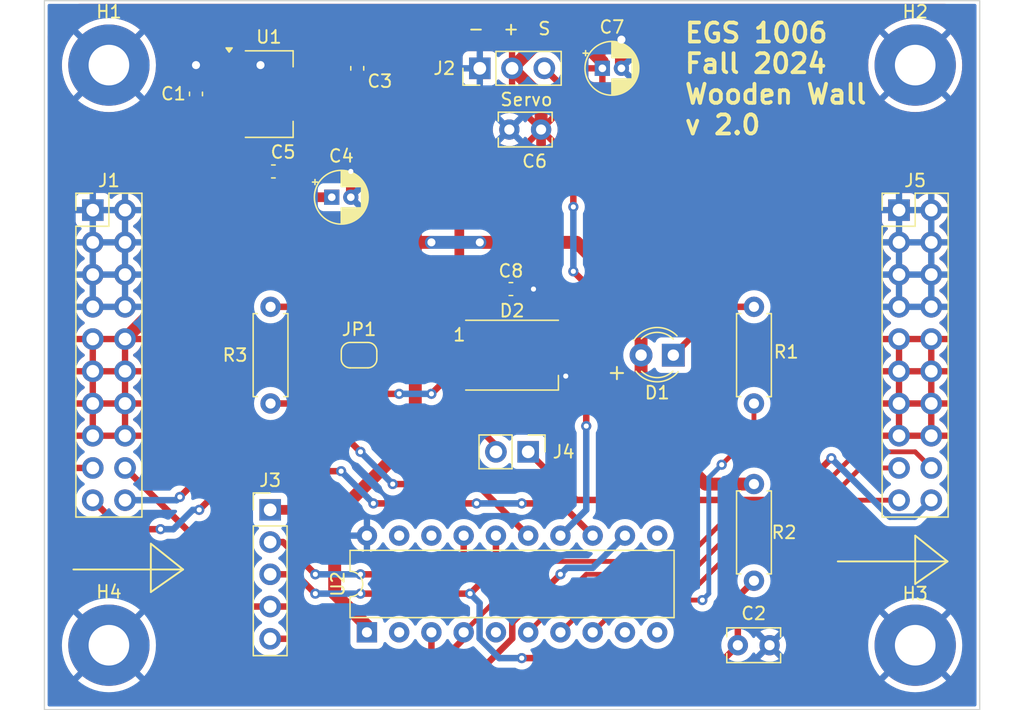
<source format=kicad_pcb>
(kicad_pcb (version 20240108) (generator "pcbnew") (generator_version "8.0")
  (title_block (title "Wooden Wall"))
  (layers (0 "F.Cu" signal) (31 "B.Cu" signal) (34 "B.Paste" user) (35 "F.Paste" user) (36 "B.SilkS" user "B.Silkscreen") (37 "F.SilkS" user "F.Silkscreen") (38 "B.Mask" user) (39 "F.Mask" user) (44 "Edge.Cuts" user))
  (net 0 "")
  (net 1 "+5V")
  (net 2 "GND")
  (net 3 "/SBWTDIO")
  (net 4 "+3V3")
  (net 5 "Net-(D1-K)")
  (net 6 "Net-(D2-DOUT)")
  (net 7 "/LED_DIN")
  (net 8 "Net-(J1-Pin_17)")
  (net 9 "Net-(J1-Pin_19)")
  (net 10 "/Serial_IN")
  (net 11 "Net-(J2-Pin_3)")
  (net 12 "/SBWTCK")
  (net 13 "/LED_DOUT")
  (net 14 "Net-(J5-Pin_17)")
  (net 15 "Net-(J5-Pin_19)")
  (net 16 "Net-(JP1-B)")
  (net 17 "Net-(U2-P2.0{slash}TA1.0)")
  (net 18 "Net-(U2-TDO{slash}TDI{slash}UCB0SIMO{slash}UCB0SDA{slash}A7{slash}P1.7)")
  (net 26 "/Serial_OUT")
  (footprint "Capacitor_SMD:C_0603_1608Metric" (layer "F.Cu") (at 83.058 81.013 90)
    (property "Reference" "C1" (at 0.013 -1.778 0) (layer "F.SilkS"))
    (property "Value" "100nf")
    (pad "1" smd roundrect (at -0.775 0 90) (size 0.9 0.95) (layers "F.Cu" "F.Paste" "F.Mask") (net 1 "+5V"))
    (pad "2" smd roundrect (at 0.775 0 90) (size 0.9 0.95) (layers "F.Cu" "F.Paste" "F.Mask") (net 2 "GND"))
  )
  (footprint "Connector_PinHeader_2.54mm:PinHeader_1x02_P2.54mm_Vertical" (layer "F.Cu") (at 109.22 109.22 -90)
    (property "Reference" "J4" (at 0 -2.794 0) (layer "F.SilkS"))
    (property "Value" "LED_CHAIN")
    (pad "1" thru_hole rect (at 0 0 270) (size 1.7 1.7) (drill 1) (layers "*.Cu" "*.Mask") (net 13 "/LED_DOUT"))
    (pad "2" thru_hole oval (at 0 2.54 270) (size 1.7 1.7) (drill 1) (layers "*.Cu" "*.Mask") (net 6 "Net-(D2-DOUT)"))
  )
  (footprint "Resistor_THT:R_Axial_DIN0207_L6.3mm_D2.5mm_P7.62mm_Horizontal" (layer "F.Cu") (at 127 97.79 -90)
    (property "Reference" "R1" (at 3.556 -2.54 0) (layer "F.SilkS"))
    (property "Value" "470")
    (pad "1" thru_hole circle (at 0 0 270) (size 1.6 1.6) (drill 0.8) (layers "*.Cu" "*.Mask") (net 5 "Net-(D1-K)"))
    (pad "2" thru_hole oval (at 7.62 0 270) (size 1.6 1.6) (drill 0.8) (layers "*.Cu" "*.Mask") (net 17 "Net-(U2-P2.0{slash}TA1.0)"))
  )
  (footprint "Capacitor_THT:C_Rect_L4.0mm_W2.5mm_P2.50mm" (layer "F.Cu") (at 125.73 124.46)
    (property "Reference" "C2" (at 1.25 -2.5 0) (layer "F.SilkS"))
    (property "Value" "1nf")
    (pad "1" thru_hole circle (at 0 0) (size 1.6 1.6) (drill 0.8) (layers "*.Cu" "*.Mask") (net 3 "/SBWTDIO"))
    (pad "2" thru_hole circle (at 2.5 0) (size 1.6 1.6) (drill 0.8) (layers "*.Cu" "*.Mask") (net 2 "GND"))
  )
  (footprint "Capacitor_SMD:C_0603_1608Metric" (layer "F.Cu") (at 107.86 96.392)
    (property "Reference" "C8" (at 0 -1.43 0) (layer "F.SilkS"))
    (property "Value" "100nf")
    (pad "1" smd roundrect (at -0.775 0) (size 0.9 0.95) (layers "F.Cu" "F.Paste" "F.Mask") (net 1 "+5V"))
    (pad "2" smd roundrect (at 0.775 0) (size 0.9 0.95) (layers "F.Cu" "F.Paste" "F.Mask") (net 2 "GND"))
  )
  (footprint "Connector_PinHeader_2.54mm:PinHeader_2x10_P2.54mm_Vertical" (layer "F.Cu") (at 74.93 90.17)
    (property "Reference" "J1" (at 1.27 -2.33 0) (layer "F.SilkS"))
    (property "Value" "Conn_02x10_Odd_Even")
    (pad "1" thru_hole rect (at 0 0) (size 1.7 1.7) (drill 1) (layers "*.Cu" "*.Mask") (net 2 "GND"))
    (pad "2" thru_hole oval (at 2.54 0) (size 1.7 1.7) (drill 1) (layers "*.Cu" "*.Mask") (net 2 "GND"))
    (pad "3" thru_hole oval (at 0 2.54) (size 1.7 1.7) (drill 1) (layers "*.Cu" "*.Mask") (net 2 "GND"))
    (pad "4" thru_hole oval (at 2.54 2.54) (size 1.7 1.7) (drill 1) (layers "*.Cu" "*.Mask") (net 2 "GND"))
    (pad "5" thru_hole oval (at 0 5.08) (size 1.7 1.7) (drill 1) (layers "*.Cu" "*.Mask") (net 2 "GND"))
    (pad "6" thru_hole oval (at 2.54 5.08) (size 1.7 1.7) (drill 1) (layers "*.Cu" "*.Mask") (net 2 "GND"))
    (pad "7" thru_hole oval (at 0 7.62) (size 1.7 1.7) (drill 1) (layers "*.Cu" "*.Mask") (net 2 "GND"))
    (pad "8" thru_hole oval (at 2.54 7.62) (size 1.7 1.7) (drill 1) (layers "*.Cu" "*.Mask") (net 2 "GND"))
    (pad "9" thru_hole oval (at 0 10.16) (size 1.7 1.7) (drill 1) (layers "*.Cu" "*.Mask") (net 1 "+5V"))
    (pad "10" thru_hole oval (at 2.54 10.16) (size 1.7 1.7) (drill 1) (layers "*.Cu" "*.Mask") (net 1 "+5V"))
    (pad "11" thru_hole oval (at 0 12.7) (size 1.7 1.7) (drill 1) (layers "*.Cu" "*.Mask") (net 1 "+5V"))
    (pad "12" thru_hole oval (at 2.54 12.7) (size 1.7 1.7) (drill 1) (layers "*.Cu" "*.Mask") (net 1 "+5V"))
    (pad "13" thru_hole oval (at 0 15.24) (size 1.7 1.7) (drill 1) (layers "*.Cu" "*.Mask") (net 1 "+5V"))
    (pad "14" thru_hole oval (at 2.54 15.24) (size 1.7 1.7) (drill 1) (layers "*.Cu" "*.Mask") (net 1 "+5V"))
    (pad "15" thru_hole oval (at 0 17.78) (size 1.7 1.7) (drill 1) (layers "*.Cu" "*.Mask") (net 1 "+5V"))
    (pad "16" thru_hole oval (at 2.54 17.78) (size 1.7 1.7) (drill 1) (layers "*.Cu" "*.Mask") (net 1 "+5V"))
    (pad "17" thru_hole oval (at 0 20.32) (size 1.7 1.7) (drill 1) (layers "*.Cu" "*.Mask") (net 8 "Net-(J1-Pin_17)"))
    (pad "18" thru_hole oval (at 2.54 20.32) (size 1.7 1.7) (drill 1) (layers "*.Cu" "*.Mask") (net 10 "/Serial_IN"))
    (pad "19" thru_hole oval (at 0 22.86) (size 1.7 1.7) (drill 1) (layers "*.Cu" "*.Mask") (net 9 "Net-(J1-Pin_19)"))
    (pad "20" thru_hole oval (at 2.54 22.86) (size 1.7 1.7) (drill 1) (layers "*.Cu" "*.Mask") (net 7 "/LED_DIN"))
  )
  (footprint "Package_DIP:DIP-20_W7.62mm" (layer "F.Cu") (at 96.52 123.444 90)
    (property "Reference" "U2" (at 3.81 -2.286 90) (layer "F.SilkS"))
    (property "Value" "MSP430G2233IN20")
    (pad "1" thru_hole rect (at 0 0 90) (size 1.6 1.6) (drill 0.8) (layers "*.Cu" "*.Mask") (net 4 "+3V3"))
    (pad "2" thru_hole oval (at 0 2.54 90) (size 1.6 1.6) (drill 0.8) (layers "*.Cu" "*.Mask"))
    (pad "3" thru_hole oval (at 0 5.08 90) (size 1.6 1.6) (drill 0.8) (layers "*.Cu" "*.Mask") (net 10 "/Serial_IN"))
    (pad "4" thru_hole oval (at 0 7.62 90) (size 1.6 1.6) (drill 0.8) (layers "*.Cu" "*.Mask") (net 26 "/Serial_OUT"))
    (pad "5" thru_hole oval (at 0 10.16 90) (size 1.6 1.6) (drill 0.8) (layers "*.Cu" "*.Mask"))
    (pad "6" thru_hole oval (at 0 12.7 90) (size 1.6 1.6) (drill 0.8) (layers "*.Cu" "*.Mask") (net 14 "Net-(J5-Pin_17)"))
    (pad "7" thru_hole oval (at 0 15.24 90) (size 1.6 1.6) (drill 0.8) (layers "*.Cu" "*.Mask") (net 15 "Net-(J5-Pin_19)"))
    (pad "8" thru_hole oval (at 0 17.78 90) (size 1.6 1.6) (drill 0.8) (layers "*.Cu" "*.Mask") (net 17 "Net-(U2-P2.0{slash}TA1.0)"))
    (pad "9" thru_hole oval (at 0 20.32 90) (size 1.6 1.6) (drill 0.8) (layers "*.Cu" "*.Mask"))
    (pad "10" thru_hole oval (at 0 22.86 90) (size 1.6 1.6) (drill 0.8) (layers "*.Cu" "*.Mask"))
    (pad "11" thru_hole oval (at 7.62 22.86 90) (size 1.6 1.6) (drill 0.8) (layers "*.Cu" "*.Mask"))
    (pad "12" thru_hole oval (at 7.62 20.32 90) (size 1.6 1.6) (drill 0.8) (layers "*.Cu" "*.Mask") (net 8 "Net-(J1-Pin_17)"))
    (pad "13" thru_hole oval (at 7.62 17.78 90) (size 1.6 1.6) (drill 0.8) (layers "*.Cu" "*.Mask") (net 9 "Net-(J1-Pin_19)"))
    (pad "14" thru_hole oval (at 7.62 15.24 90) (size 1.6 1.6) (drill 0.8) (layers "*.Cu" "*.Mask") (net 11 "Net-(J2-Pin_3)"))
    (pad "15" thru_hole oval (at 7.62 12.7 90) (size 1.6 1.6) (drill 0.8) (layers "*.Cu" "*.Mask") (net 18 "Net-(U2-TDO{slash}TDI{slash}UCB0SIMO{slash}UCB0SDA{slash}A7{slash}P1.7)"))
    (pad "16" thru_hole oval (at 7.62 10.16 90) (size 1.6 1.6) (drill 0.8) (layers "*.Cu" "*.Mask") (net 3 "/SBWTDIO"))
    (pad "17" thru_hole oval (at 7.62 7.62 90) (size 1.6 1.6) (drill 0.8) (layers "*.Cu" "*.Mask") (net 12 "/SBWTCK"))
    (pad "18" thru_hole oval (at 7.62 5.08 90) (size 1.6 1.6) (drill 0.8) (layers "*.Cu" "*.Mask"))
    (pad "19" thru_hole oval (at 7.62 2.54 90) (size 1.6 1.6) (drill 0.8) (layers "*.Cu" "*.Mask"))
    (pad "20" thru_hole oval (at 7.62 0 90) (size 1.6 1.6) (drill 0.8) (layers "*.Cu" "*.Mask") (net 2 "GND"))
  )
  (footprint "MountingHole:MountingHole_3.2mm_M3_Pad" (layer "F.Cu") (at 139.7 124.46)
    (property "Reference" "H3" (at 0 -4.064 0) (layer "F.SilkS"))
    (property "Value" "MH")
    (pad "1" thru_hole circle (at 0 0) (size 6.4 6.4) (drill 3.2) (layers "*.Cu" "*.Mask") (net 2 "GND"))
  )
  (footprint "Connector_PinHeader_2.54mm:PinHeader_2x10_P2.54mm_Vertical" (layer "F.Cu") (at 138.425 90.17)
    (property "Reference" "J5" (at 1.27 -2.33 0) (layer "F.SilkS"))
    (property "Value" "Conn_02x10_Odd_Even")
    (pad "1" thru_hole rect (at 0 0) (size 1.7 1.7) (drill 1) (layers "*.Cu" "*.Mask") (net 2 "GND"))
    (pad "2" thru_hole oval (at 2.54 0) (size 1.7 1.7) (drill 1) (layers "*.Cu" "*.Mask") (net 2 "GND"))
    (pad "3" thru_hole oval (at 0 2.54) (size 1.7 1.7) (drill 1) (layers "*.Cu" "*.Mask") (net 2 "GND"))
    (pad "4" thru_hole oval (at 2.54 2.54) (size 1.7 1.7) (drill 1) (layers "*.Cu" "*.Mask") (net 2 "GND"))
    (pad "5" thru_hole oval (at 0 5.08) (size 1.7 1.7) (drill 1) (layers "*.Cu" "*.Mask") (net 2 "GND"))
    (pad "6" thru_hole oval (at 2.54 5.08) (size 1.7 1.7) (drill 1) (layers "*.Cu" "*.Mask") (net 2 "GND"))
    (pad "7" thru_hole oval (at 0 7.62) (size 1.7 1.7) (drill 1) (layers "*.Cu" "*.Mask") (net 2 "GND"))
    (pad "8" thru_hole oval (at 2.54 7.62) (size 1.7 1.7) (drill 1) (layers "*.Cu" "*.Mask") (net 2 "GND"))
    (pad "9" thru_hole oval (at 0 10.16) (size 1.7 1.7) (drill 1) (layers "*.Cu" "*.Mask") (net 1 "+5V"))
    (pad "10" thru_hole oval (at 2.54 10.16) (size 1.7 1.7) (drill 1) (layers "*.Cu" "*.Mask") (net 1 "+5V"))
    (pad "11" thru_hole oval (at 0 12.7) (size 1.7 1.7) (drill 1) (layers "*.Cu" "*.Mask") (net 1 "+5V"))
    (pad "12" thru_hole oval (at 2.54 12.7) (size 1.7 1.7) (drill 1) (layers "*.Cu" "*.Mask") (net 1 "+5V"))
    (pad "13" thru_hole oval (at 0 15.24) (size 1.7 1.7) (drill 1) (layers "*.Cu" "*.Mask") (net 1 "+5V"))
    (pad "14" thru_hole oval (at 2.54 15.24) (size 1.7 1.7) (drill 1) (layers "*.Cu" "*.Mask") (net 1 "+5V"))
    (pad "15" thru_hole oval (at 0 17.78) (size 1.7 1.7) (drill 1) (layers "*.Cu" "*.Mask") (net 1 "+5V"))
    (pad "16" thru_hole oval (at 2.54 17.78) (size 1.7 1.7) (drill 1) (layers "*.Cu" "*.Mask") (net 1 "+5V"))
    (pad "17" thru_hole oval (at 0 20.32) (size 1.7 1.7) (drill 1) (layers "*.Cu" "*.Mask") (net 14 "Net-(J5-Pin_17)"))
    (pad "18" thru_hole oval (at 2.54 20.32) (size 1.7 1.7) (drill 1) (layers "*.Cu" "*.Mask") (net 26 "/Serial_OUT"))
    (pad "19" thru_hole oval (at 0 22.86) (size 1.7 1.7) (drill 1) (layers "*.Cu" "*.Mask") (net 15 "Net-(J5-Pin_19)"))
    (pad "20" thru_hole oval (at 2.54 22.86) (size 1.7 1.7) (drill 1) (layers "*.Cu" "*.Mask") (net 13 "/LED_DOUT"))
  )
  (footprint "MountingHole:MountingHole_3.2mm_M3_Pad" (layer "F.Cu") (at 139.7 78.74)
    (property "Reference" "H2" (at 0 -4.2 0) (layer "F.SilkS"))
    (property "Value" "MH")
    (pad "1" thru_hole circle (at 0 0) (size 6.4 6.4) (drill 3.2) (layers "*.Cu" "*.Mask") (net 2 "GND"))
  )
  (footprint "Capacitor_SMD:C_0603_1608Metric" (layer "F.Cu") (at 95.758 78.994 90)
    (property "Reference" "C3" (at -1.016 1.778 0) (layer "F.SilkS"))
    (property "Value" "1uf")
    (pad "1" smd roundrect (at -0.775 0 90) (size 0.9 0.95) (layers "F.Cu" "F.Paste" "F.Mask") (net 4 "+3V3"))
    (pad "2" smd roundrect (at 0.775 0 90) (size 0.9 0.95) (layers "F.Cu" "F.Paste" "F.Mask") (net 2 "GND"))
  )
  (footprint "Capacitor_THT:C_Rect_L4.0mm_W2.5mm_P2.50mm" (layer "F.Cu") (at 110.236 83.82 180)
    (property "Reference" "C6" (at 0.508 -2.5 0) (layer "F.SilkS"))
    (property "Value" "100nf")
    (pad "1" thru_hole circle (at 0 0 180) (size 1.6 1.6) (drill 0.8) (layers "*.Cu" "*.Mask") (net 1 "+5V"))
    (pad "2" thru_hole circle (at 2.5 0 180) (size 1.6 1.6) (drill 0.8) (layers "*.Cu" "*.Mask") (net 2 "GND"))
  )
  (footprint "Capacitor_THT:CP_Radial_D4.0mm_P1.50mm" (layer "F.Cu") (at 93.75 89.154)
    (property "Reference" "C4" (at 0.75 -3.25 0) (layer "F.SilkS"))
    (property "Value" "10uf")
    (pad "1" thru_hole rect (at 0 0) (size 1.2 1.2) (drill 0.6) (layers "*.Cu" "*.Mask") (net 4 "+3V3"))
    (pad "2" thru_hole circle (at 1.5 0) (size 1.2 1.2) (drill 0.6) (layers "*.Cu" "*.Mask") (net 2 "GND"))
  )
  (footprint "LED_SMD:LED_WS2812B_PLCC4_5.0x5.0mm_P3.2mm" (layer "F.Cu") (at 107.95 101.6)
    (property "Reference" "D2" (at 0 -3.5 0) (layer "F.SilkS"))
    (property "Value" "WS2812B")
    (fp_text user "1" (at -4.15 -1.6 0) (layer "F.SilkS"))
    (pad "1" smd rect (at -2.45 -1.65) (size 1.5 0.9) (layers "F.Cu" "F.Paste" "F.Mask") (net 1 "+5V"))
    (pad "2" smd rect (at -2.45 1.65) (size 1.5 0.9) (layers "F.Cu" "F.Paste" "F.Mask") (net 6 "Net-(D2-DOUT)"))
    (pad "3" smd rect (at 2.45 1.65) (size 1.5 0.9) (layers "F.Cu" "F.Paste" "F.Mask") (net 2 "GND"))
    (pad "4" smd rect (at 2.45 -1.65) (size 1.5 0.9) (layers "F.Cu" "F.Paste" "F.Mask") (net 7 "/LED_DIN"))
  )
  (footprint "Capacitor_SMD:C_0603_1608Metric" (layer "F.Cu") (at 89.154 87.122)
    (property "Reference" "C5" (at 0.762 -1.524 0) (layer "F.SilkS"))
    (property "Value" "100nf")
    (pad "1" smd roundrect (at -0.775 0) (size 0.9 0.95) (layers "F.Cu" "F.Paste" "F.Mask") (net 4 "+3V3"))
    (pad "2" smd roundrect (at 0.775 0) (size 0.9 0.95) (layers "F.Cu" "F.Paste" "F.Mask") (net 2 "GND"))
  )
  (footprint "Capacitor_THT:CP_Radial_D4.0mm_P1.50mm" (layer "F.Cu") (at 115.062 78.994)
    (property "Reference" "C7" (at 0.75 -3.25 0) (layer "F.SilkS"))
    (property "Value" "10uf")
    (pad "1" thru_hole rect (at 0 0) (size 1.2 1.2) (drill 0.6) (layers "*.Cu" "*.Mask") (net 1 "+5V"))
    (pad "2" thru_hole circle (at 1.5 0) (size 1.2 1.2) (drill 0.6) (layers "*.Cu" "*.Mask") (net 2 "GND"))
  )
  (footprint "Connector_PinHeader_2.54mm:PinHeader_1x03_P2.54mm_Vertical" (layer "F.Cu") (at 105.41 78.994 90)
    (property "Reference" "J2" (at 0 -2.794 0) (layer "F.SilkS"))
    (property "Value" "Servo")
    (pad "1" thru_hole rect (at 0 0 90) (size 1.7 1.7) (drill 1) (layers "*.Cu" "*.Mask") (net 2 "GND"))
    (pad "2" thru_hole oval (at 0 2.54 90) (size 1.7 1.7) (drill 1) (layers "*.Cu" "*.Mask") (net 1 "+5V"))
    (pad "3" thru_hole oval (at 0 5.08 90) (size 1.7 1.7) (drill 1) (layers "*.Cu" "*.Mask") (net 11 "Net-(J2-Pin_3)"))
  )
  (footprint "Resistor_THT:R_Axial_DIN0207_L6.3mm_D2.5mm_P7.62mm_Horizontal" (layer "F.Cu") (at 127 111.76 -90)
    (property "Reference" "R2" (at 3.81 -2.37 0) (layer "F.SilkS"))
    (property "Value" "47k")
    (pad "1" thru_hole circle (at 0 0 270) (size 1.6 1.6) (drill 0.8) (layers "*.Cu" "*.Mask") (net 4 "+3V3"))
    (pad "2" thru_hole oval (at 7.62 0 270) (size 1.6 1.6) (drill 0.8) (layers "*.Cu" "*.Mask") (net 3 "/SBWTDIO"))
  )
  (footprint "Package_TO_SOT_SMD:SOT-223-3_TabPin2" (layer "F.Cu") (at 88.798 81.026)
    (property "Reference" "U1" (at 0 -4.5 0) (layer "F.SilkS"))
    (property "Value" "TLV1117-33")
    (pad "1" smd roundrect (at -3.15 -2.3) (size 2 1.5) (layers "F.Cu" "F.Paste" "F.Mask") (net 2 "GND"))
    (pad "2" smd roundrect (at -3.15 0) (size 2 1.5) (layers "F.Cu" "F.Paste" "F.Mask") (net 4 "+3V3"))
    (pad "2" smd roundrect (at 3.15 0) (size 2 3.8) (layers "F.Cu" "F.Paste" "F.Mask") (net 4 "+3V3"))
    (pad "3" smd roundrect (at -3.15 2.3) (size 2 1.5) (layers "F.Cu" "F.Paste" "F.Mask") (net 1 "+5V"))
  )
  (footprint "MountingHole:MountingHole_3.2mm_M3_Pad" (layer "F.Cu") (at 76.2 78.74)
    (property "Reference" "H1" (at 0 -4.2 0) (layer "F.SilkS"))
    (property "Value" "MH")
    (pad "1" thru_hole circle (at 0 0) (size 6.4 6.4) (drill 3.2) (layers "*.Cu" "*.Mask") (net 2 "GND"))
  )
  (footprint "Connector_PinHeader_2.54mm:PinHeader_1x05_P2.54mm_Vertical" (layer "F.Cu") (at 88.9 113.792)
    (property "Reference" "J3" (at 0 -2.33 0) (layer "F.SilkS"))
    (property "Value" "Programmer")
    (pad "1" thru_hole rect (at 0 0) (size 1.7 1.7) (drill 1) (layers "*.Cu" "*.Mask") (net 4 "+3V3"))
    (pad "2" thru_hole oval (at 0 2.54) (size 1.7 1.7) (drill 1) (layers "*.Cu" "*.Mask") (net 12 "/SBWTCK"))
    (pad "3" thru_hole oval (at 0 5.08) (size 1.7 1.7) (drill 1) (layers "*.Cu" "*.Mask") (net 3 "/SBWTDIO"))
    (pad "4" thru_hole oval (at 0 7.62) (size 1.7 1.7) (drill 1) (layers "*.Cu" "*.Mask") (net 10 "/Serial_IN"))
    (pad "5" thru_hole oval (at 0 10.16) (size 1.7 1.7) (drill 1) (layers "*.Cu" "*.Mask") (net 26 "/Serial_OUT"))
  )
  (footprint "LED_THT:LED_D3.0mm" (layer "F.Cu") (at 120.65 101.6 180)
    (property "Reference" "D1" (at 1.27 -2.96 0) (layer "F.SilkS"))
    (property "Value" "LED")
    (fp_text user "+" (at 3.556 -0.762 180) (layer "F.SilkS") (effects (font (size 1.27 1.27) (thickness 0.1524)) (justify left bottom)))
    (pad "1" thru_hole rect (at 0 0 180) (size 1.8 1.8) (drill 0.9) (layers "*.Cu" "*.Mask") (net 5 "Net-(D1-K)"))
    (pad "2" thru_hole circle (at 2.54 0 180) (size 1.8 1.8) (drill 0.9) (layers "*.Cu" "*.Mask") (net 4 "+3V3"))
  )
  (footprint "Resistor_THT:R_Axial_DIN0207_L6.3mm_D2.5mm_P7.62mm_Horizontal" (layer "F.Cu") (at 88.93 105.41 90)
    (property "Reference" "R3" (at 3.81 -2.794 0) (layer "F.SilkS"))
    (property "Value" "470")
    (pad "1" thru_hole circle (at 0 0 90) (size 1.6 1.6) (drill 0.8) (layers "*.Cu" "*.Mask") (net 18 "Net-(U2-TDO{slash}TDI{slash}UCB0SIMO{slash}UCB0SDA{slash}A7{slash}P1.7)"))
    (pad "2" thru_hole oval (at 7.62 0 90) (size 1.6 1.6) (drill 0.8) (layers "*.Cu" "*.Mask") (net 16 "Net-(JP1-B)"))
  )
  (footprint "Jumper:SolderJumper-2_P1.3mm_Open_RoundedPad1.0x1.5mm" (layer "F.Cu") (at 95.9 101.6)
    (property "Reference" "JP1" (at 0 -2.032 0) (layer "F.SilkS"))
    (property "Value" "Local_LED_Control")
    (pad "1" smd custom (at -0.65 0) (size 1 0.5) (layers "F.Cu" "F.Mask") (net 7 "/LED_DIN") (options (clearance outline) (anchor rect)) (primitives (gr_circle (center 0 0.25) (end 0.5 0.25) (width 0) (fill yes)) (gr_circle (center 0 -0.25) (end 0.5 -0.25) (width 0) (fill yes)) (gr_poly (pts (xy 0.5 0.75) (xy 0 0.75) (xy 0 -0.75) (xy 0.5 -0.75)) (width 0) (fill yes))))
    (pad "2" smd custom (at 0.65 0) (size 1 0.5) (layers "F.Cu" "F.Mask") (net 16 "Net-(JP1-B)") (options (clearance outline) (anchor rect)) (primitives (gr_circle (center 0 0.25) (end 0.5 0.25) (width 0) (fill yes)) (gr_circle (center 0 -0.25) (end 0.5 -0.25) (width 0) (fill yes)) (gr_poly (pts (xy 0 0.75) (xy -0.5 0.75) (xy -0.5 -0.75) (xy 0 -0.75)) (width 0) (fill yes))))
  )
  (footprint "MountingHole:MountingHole_3.2mm_M3_Pad" (layer "F.Cu") (at 76.2 124.46)
    (property "Reference" "H4" (at 0 -4.2 0) (layer "F.SilkS"))
    (property "Value" "MH")
    (pad "1" thru_hole circle (at 0 0) (size 6.4 6.4) (drill 3.2) (layers "*.Cu" "*.Mask") (net 2 "GND"))
  )
  (gr_line (start 79.502 116.459) (end 79.502 120.269) (stroke (width 0.15)) (layer "F.SilkS"))
  (gr_line (start 133.604 117.856) (end 142.24 117.856) (stroke (width 0.15)) (layer "F.SilkS"))
  (gr_line (start 79.502 120.269) (end 82.042 118.491) (stroke (width 0.15)) (layer "F.SilkS"))
  (gr_line (start 142.24 117.856) (end 139.7 115.824) (stroke (width 0.15)) (layer "F.SilkS"))
  (gr_line (start 139.7 115.824) (end 139.7 119.634) (stroke (width 0.15)) (layer "F.SilkS"))
  (gr_line (start 139.7 119.634) (end 142.24 117.856) (stroke (width 0.15)) (layer "F.SilkS"))
  (gr_line (start 82.042 118.491) (end 79.502 116.459) (stroke (width 0.15)) (layer "F.SilkS"))
  (gr_line (start 73.406 118.491) (end 82.042 118.491) (stroke (width 0.15)) (layer "F.SilkS"))
  (gr_rect (start 71.12 73.66) (end 144.78 129.54) (stroke (width 0.1)) (fill none) (layer "Edge.Cuts"))
  (gr_text "-  +  S" (at 104.394 76.454 0) (layer "F.SilkS") (effects (font (size 1 1)) (justify left bottom)))
  (gr_text "Servo" (at 106.934 82.042 0) (layer "F.SilkS") (effects (font (size 1 1)) (justify left bottom)))
  (gr_text "EGS 1006\nFall 2024\nWooden Wall\nv 2.0\n" (at 121.412 84.328 0) (layer "F.SilkS") (effects (font (size 1.5 1.5) (thickness 0.3) (bold yes)) (justify left bottom)))
  (segment (start 103.796 99.95) (end 103.796 96.52) (width 0.762) (layer "F.Cu") (net 1))
  (segment (start 113.538 76.962) (end 115.062 78.486) (width 1.016) (layer "F.Cu") (net 1))
  (segment (start 105.5 99.95) (end 103.796 99.95) (width 0.762) (layer "F.Cu") (net 1))
  (segment (start 103.796 96.52) (end 103.796 90.514) (width 0.762) (layer "F.Cu") (net 1))
  (segment (start 77.47 100.33) (end 85.648 92.152) (width 1.016) (layer "F.Cu") (net 1))
  (segment (start 110.236 83.82) (end 110.236 81.28) (width 1.016) (layer "F.Cu") (net 1))
  (segment (start 109.982 76.962) (end 113.538 76.962) (width 1.016) (layer "F.Cu") (net 1))
  (segment (start 85.648 92.152) (end 85.648 83.326) (width 1.016) (layer "F.Cu") (net 1))
  (segment (start 110.236 81.28) (end 107.95 78.994) (width 1.016) (layer "F.Cu") (net 1))
  (segment (start 103.924 96.392) (end 103.796 96.52) (width 0.762) (layer "F.Cu") (net 1))
  (segment (start 115.062 78.486) (end 115.062 78.994) (width 1.016) (layer "F.Cu") (net 1))
  (segment (start 85.648 83.326) (end 83.82 83.326) (width 0.762) (layer "F.Cu") (net 1))
  (segment (start 107.085 96.392) (end 103.924 96.392) (width 0.762) (layer "F.Cu") (net 1))
  (segment (start 83.82 83.326) (end 83.058 82.564) (width 0.762) (layer "F.Cu") (net 1))
  (segment (start 106.68 87.63) (end 107.95 87.63) (width 0.762) (layer "F.Cu") (net 1))
  (segment (start 107.95 78.994) (end 109.982 76.962) (width 1.016) (layer "F.Cu") (net 1))
  (segment (start 103.796 90.514) (end 106.68 87.63) (width 0.762) (layer "F.Cu") (net 1))
  (segment (start 107.95 87.63) (end 110.236 85.344) (width 0.762) (layer "F.Cu") (net 1))
  (segment (start 83.058 82.564) (end 83.058 81.788) (width 0.762) (layer "F.Cu") (net 1))
  (segment (start 110.236 85.344) (end 110.236 83.82) (width 0.762) (layer "F.Cu") (net 1))
  (segment (start 110.4 103.25) (end 112.178 103.25) (width 0.762) (layer "F.Cu") (net 2))
  (segment (start 85.648 78.726) (end 88.124 78.726) (width 0.762) (layer "F.Cu") (net 2))
  (segment (start 88.138 78.74) (end 88.659 78.219) (width 0.508) (layer "F.Cu") (net 2))
  (segment (start 108.635 96.392) (end 109.638 96.392) (width 0.508) (layer "F.Cu") (net 2))
  (segment (start 116.562 76.732) (end 116.562 78.994) (width 1.016) (layer "F.Cu") (net 2))
  (segment (start 95.25 89.154) (end 95.25 87.122) (width 0.762) (layer "F.Cu") (net 2))
  (segment (start 88.124 78.726) (end 88.138 78.74) (width 0.762) (layer "F.Cu") (net 2))
  (segment (start 83.058 80.238) (end 83.058 78.74) (width 0.762) (layer "F.Cu") (net 2))
  (segment (start 95.25 87.122) (end 89.929 87.122) (width 0.762) (layer "F.Cu") (net 2))
  (segment (start 88.659 78.219) (end 95.758 78.219) (width 0.508) (layer "F.Cu") (net 2))
  (segment (start 83.072 78.726) (end 83.058 78.74) (width 0.762) (layer "F.Cu") (net 2))
  (segment (start 85.648 78.726) (end 83.072 78.726) (width 0.762) (layer "F.Cu") (net 2))
  (via (at 116.562 76.732) (size 1.016) (drill 0.635) (layers "F.Cu" "B.Cu") (net 2))
  (via (at 83.058 78.74) (size 1.016) (drill 0.635) (layers "F.Cu" "B.Cu") (net 2))
  (via (at 112.178 103.25) (size 0.8) (drill 0.4) (layers "F.Cu" "B.Cu") (net 2))
  (via (at 109.638 96.392) (size 0.8) (drill 0.4) (layers "F.Cu" "B.Cu") (net 2))
  (via (at 95.25 87.122) (size 0.8) (drill 0.4) (layers "F.Cu" "B.Cu") (net 2))
  (via (at 88.138 78.74) (size 1.016) (drill 0.635) (layers "F.Cu" "B.Cu") (net 2))
  (segment (start 125.73 124.46) (end 125.73 120.65) (width 0.508) (layer "F.Cu") (net 3))
  (segment (start 90.932 118.872) (end 92.456 120.396) (width 0.508) (layer "F.Cu") (net 3))
  (segment (start 96.012 120.396) (end 104.648 120.396) (width 0.508) (layer "F.Cu") (net 3))
  (segment (start 88.9 118.872) (end 90.932 118.872) (width 0.508) (layer "F.Cu") (net 3))
  (segment (start 108.712 125.476) (end 124.714 125.476) (width 0.508) (layer "F.Cu") (net 3))
  (segment (start 125.73 120.65) (end 127 119.38) (width 0.508) (layer "F.Cu") (net 3))
  (segment (start 104.648 120.396) (end 106.68 118.364) (width 0.508) (layer "F.Cu") (net 3))
  (segment (start 124.714 125.476) (end 125.73 124.46) (width 0.508) (layer "F.Cu") (net 3))
  (segment (start 106.68 118.364) (end 106.68 115.824) (width 0.508) (layer "F.Cu") (net 3))
  (via (at 92.456 120.396) (size 0.8) (drill 0.4) (layers "F.Cu" "B.Cu") (net 3))
  (via (at 108.712 125.476) (size 0.8) (drill 0.4) (layers "F.Cu" "B.Cu") (net 3))
  (via (at 96.012 120.396) (size 0.8) (drill 0.4) (layers "F.Cu" "B.Cu") (net 3))
  (via (at 104.648 120.396) (size 0.8) (drill 0.4) (layers "F.Cu" "B.Cu") (net 3))
  (segment (start 92.456 120.396) (end 96.012 120.396) (width 0.508) (layer "B.Cu") (net 3))
  (segment (start 105.394 121.142) (end 104.648 120.396) (width 0.508) (layer "B.Cu") (net 3))
  (segment (start 105.394 123.931424) (end 105.394 121.142) (width 0.508) (layer "B.Cu") (net 3))
  (segment (start 106.938576 125.476) (end 105.394 123.931424) (width 0.508) (layer "B.Cu") (net 3))
  (segment (start 108.712 125.476) (end 106.938576 125.476) (width 0.508) (layer "B.Cu") (net 3))
  (segment (start 96.52 122.936) (end 96.52 123.444) (width 1.016) (layer "F.Cu") (net 4))
  (segment (start 127 111.76) (end 123.19 111.76) (width 1.016) (layer "F.Cu") (net 4))
  (segment (start 93.98 120.396) (end 93.98 114.3) (width 1.016) (layer "F.Cu") (net 4))
  (segment (start 101.6 92.71) (end 100.33 92.71) (width 1.016) (layer "F.Cu") (net 4))
  (segment (start 93.75 89.154) (end 89.936 89.154) (width 0.762) (layer "F.Cu") (net 4))
  (segment (start 93.472 113.792) (end 93.98 114.3) (width 0.762) (layer "F.Cu") (net 4))
  (segment (start 118.11 97.79) (end 113.03 92.71) (width 1.016) (layer "F.Cu") (net 4))
  (segment (start 95.758 80.264) (end 94.996 81.026) (width 0.762) (layer "F.Cu") (net 4))
  (segment (start 91.948 81.026) (end 94.996 81.026) (width 1.016) (layer "F.Cu") (net 4))
  (segment (start 100.33 107.95) (end 93.98 114.3) (width 1.016) (layer "F.Cu") (net 4))
  (segment (start 88.9 113.792) (end 93.472 113.792) (width 0.762) (layer "F.Cu") (net 4))
  (segment (start 85.648 81.026) (end 88.646 81.026) (width 1.016) (layer "F.Cu") (net 4))
  (segment (start 123.19 111.76) (end 118.11 106.68) (width 1.016) (layer "F.Cu") (net 4))
  (segment (start 94.996 81.026) (end 100.33 86.36) (width 1.016) (layer "F.Cu") (net 4))
  (segment (start 118.11 106.68) (end 118.11 97.79) (width 1.016) (layer "F.Cu") (net 4))
  (segment (start 88.646 81.026) (end 91.948 81.026) (width 1.016) (layer "F.Cu") (net 4))
  (segment (start 88.379 81.293) (end 88.646 81.026) (width 0.762) (layer "F.Cu") (net 4))
  (segment (start 100.33 92.71) (end 100.33 107.95) (width 1.016) (layer "F.Cu") (net 4))
  (segment (start 88.379 87.122) (end 88.379 81.293) (width 0.762) (layer "F.Cu") (net 4))
  (segment (start 89.936 89.154) (end 88.379 87.597) (width 0.762) (layer "F.Cu") (net 4))
  (segment (start 88.379 87.597) (end 88.379 87.122) (width 0.762) (layer "F.Cu") (net 4))
  (segment (start 93.98 120.396) (end 96.52 122.936) (width 1.016) (layer "F.Cu") (net 4))
  (segment (start 113.03 92.71) (end 105.41 92.71) (width 1.016) (layer "F.Cu") (net 4))
  (segment (start 100.33 86.36) (end 100.33 92.71) (width 1.016) (layer "F.Cu") (net 4))
  (segment (start 95.758 79.769) (end 95.758 80.264) (width 0.762) (layer "F.Cu") (net 4))
  (via (at 105.41 92.71) (size 1.016) (drill 0.635) (layers "F.Cu" "B.Cu") (net 4))
  (via (at 101.6 92.71) (size 1.016) (drill 0.635) (layers "F.Cu" "B.Cu") (net 4))
  (segment (start 105.41 92.71) (end 101.6 92.71) (width 1.016) (layer "B.Cu") (net 4))
  (segment (start 124.46 97.79) (end 120.65 101.6) (width 0.508) (layer "F.Cu") (net 5))
  (segment (start 127 97.79) (end 124.46 97.79) (width 0.508) (layer "F.Cu") (net 5))
  (segment (start 105.5 107.532) (end 105.5 103.25) (width 0.508) (layer "F.Cu") (net 6))
  (segment (start 106.68 109.22) (end 106.68 108.712) (width 0.508) (layer "F.Cu") (net 6))
  (segment (start 106.68 108.712) (end 105.5 107.532) (width 0.508) (layer "F.Cu") (net 6))
  (segment (start 81.788 112.776) (end 86.36 108.204) (width 0.508) (layer "F.Cu") (net 7))
  (segment (start 86.36 102.616) (end 87.376 101.6) (width 0.508) (layer "F.Cu") (net 7))
  (segment (start 95.25 101.6) (end 95.25 102.355) (width 0.508) (layer "F.Cu") (net 7))
  (segment (start 97.543 104.648) (end 99.06 104.648) (width 0.508) (layer "F.Cu") (net 7))
  (segment (start 95.25 102.355) (end 97.543 104.648) (width 0.508) (layer "F.Cu") (net 7))
  (segment (start 87.376 101.6) (end 95.25 101.6) (width 0.508) (layer "F.Cu") (net 7))
  (segment (start 86.36 108.204) (end 86.36 102.616) (width 0.508) (layer "F.Cu") (net 7))
  (segment (start 104.648 101.6) (end 109.7375 101.6) (width 0.508) (layer "F.Cu") (net 7))
  (segment (start 109.7375 101.6) (end 110.4 100.9375) (width 0.508) (layer "F.Cu") (net 7))
  (segment (start 101.6 104.648) (end 104.648 101.6) (width 0.508) (layer "F.Cu") (net 7))
  (segment (start 110.4 100.9375) (end 110.4 99.95) (width 0.508) (layer "F.Cu") (net 7))
  (via (at 99.06 104.648) (size 0.8) (drill 0.4) (layers "F.Cu" "B.Cu") (net 7))
  (via (at 81.788 112.776) (size 0.8) (drill 0.4) (layers "F.Cu" "B.Cu") (net 7))
  (via (at 101.6 104.648) (size 0.8) (drill 0.4) (layers "F.Cu" "B.Cu") (net 7))
  (segment (start 99.06 104.648) (end 101.6 104.648) (width 0.508) (layer "B.Cu") (net 7))
  (segment (start 81.534 113.03) (end 81.788 112.776) (width 0.508) (layer "B.Cu") (net 7))
  (segment (start 77.47 113.03) (end 81.534 113.03) (width 0.508) (layer "B.Cu") (net 7))
  (segment (start 74.93 110.49) (end 72.898 110.49) (width 0.508) (layer "F.Cu") (net 8))
  (segment (start 87.884 128.016) (end 103.881424 128.016) (width 0.508) (layer "F.Cu") (net 8))
  (segment (start 107.966 122.666) (end 111.76 118.872) (width 0.508) (layer "F.Cu") (net 8))
  (segment (start 72.644 110.744) (end 72.644 115.316) (width 0.508) (layer "F.Cu") (net 8))
  (segment (start 72.898 110.49) (end 72.644 110.744) (width 0.508) (layer "F.Cu") (net 8))
  (segment (start 72.644 115.316) (end 75.184 115.316) (width 0.508) (layer "F.Cu") (net 8))
  (segment (start 75.184 115.316) (end 87.884 128.016) (width 0.508) (layer "F.Cu") (net 8))
  (segment (start 107.966 123.931424) (end 107.966 122.666) (width 0.508) (layer "F.Cu") (net 8))
  (segment (start 103.881424 128.016) (end 107.966 123.931424) (width 0.508) (layer "F.Cu") (net 8))
  (via (at 111.76 118.872) (size 0.8) (drill 0.4) (layers "F.Cu" "B.Cu") (net 8))
  (segment (start 112.268 118.364) (end 114.3 118.364) (width 0.508) (layer "B.Cu") (net 8))
  (segment (start 114.3 118.364) (end 116.84 115.824) (width 0.508) (layer "B.Cu") (net 8))
  (segment (start 111.76 118.872) (end 112.268 118.364) (width 0.508) (layer "B.Cu") (net 8))
  (segment (start 74.93 113.03) (end 77.216 115.316) (width 0.508) (layer "F.Cu") (net 9))
  (segment (start 108.712 113.284) (end 111.76 113.284) (width 0.508) (layer "F.Cu") (net 9))
  (segment (start 77.216 115.316) (end 80.264 115.316) (width 0.508) (layer "F.Cu") (net 9))
  (segment (start 111.76 113.284) (end 114.3 115.824) (width 0.508) (layer "F.Cu") (net 9))
  (segment (start 83.312 113.792) (end 86.36 110.744) (width 0.508) (layer "F.Cu") (net 9))
  (segment (start 97.028 113.284) (end 105.156 113.284) (width 0.508) (layer "F.Cu") (net 9))
  (segment (start 86.36 110.744) (end 94.488 110.744) (width 0.508) (layer "F.Cu") (net 9))
  (via (at 94.488 110.744) (size 0.8) (drill 0.4) (layers "F.Cu" "B.Cu") (net 9))
  (via (at 80.264 115.316) (size 0.8) (drill 0.4) (layers "F.Cu" "B.Cu") (net 9))
  (via (at 105.156 113.284) (size 0.8) (drill 0.4) (layers "F.Cu" "B.Cu") (net 9))
  (via (at 108.712 113.284) (size 0.8) (drill 0.4) (layers "F.Cu" "B.Cu") (net 9))
  (via (at 83.312 113.792) (size 0.8) (drill 0.4) (layers "F.Cu" "B.Cu") (net 9))
  (via (at 97.028 113.284) (size 0.8) (drill 0.4) (layers "F.Cu" "B.Cu") (net 9))
  (segment (start 105.156 113.284) (end 108.712 113.284) (width 0.508) (layer "B.Cu") (net 9))
  (segment (start 82.804 113.792) (end 83.312 113.792) (width 0.508) (layer "B.Cu") (net 9))
  (segment (start 81.28 115.316) (end 82.804 113.792) (width 0.508) (layer "B.Cu") (net 9))
  (segment (start 94.488 110.744) (end 97.028 113.284) (width 0.508) (layer "B.Cu") (net 9))
  (segment (start 80.264 115.316) (end 81.28 115.316) (width 0.508) (layer "B.Cu") (net 9))
  (segment (start 85.344 121.412) (end 88.9 121.412) (width 0.508) (layer "F.Cu") (net 10))
  (segment (start 101.092 125.476) (end 101.6 124.968) (width 0.508) (layer "F.Cu") (net 10))
  (segment (start 83.312 119.38) (end 85.344 121.412) (width 0.508) (layer "F.Cu") (net 10))
  (segment (start 88.9 121.412) (end 90.424 121.412) (width 0.508) (layer "F.Cu") (net 10))
  (segment (start 101.6 124.968) (end 101.6 123.444) (width 0.508) (layer "F.Cu") (net 10))
  (segment (start 83.312 116.332) (end 83.312 119.38) (width 0.508) (layer "F.Cu") (net 10))
  (segment (start 94.488 125.476) (end 101.092 125.476) (width 0.508) (layer "F.Cu") (net 10))
  (segment (start 90.424 121.412) (end 94.488 125.476) (width 0.508) (layer "F.Cu") (net 10))
  (segment (start 77.47 110.49) (end 83.312 116.332) (width 0.508) (layer "F.Cu") (net 10))
  (segment (start 112.776 84.836) (end 112.776 89.916) (width 0.508) (layer "F.Cu") (net 11))
  (segment (start 110.49 78.994) (end 112.776 81.28) (width 0.508) (layer "F.Cu") (net 11))
  (segment (start 113.792 96.012) (end 112.776 94.996) (width 0.508) (layer "F.Cu") (net 11))
  (segment (start 112.776 81.28) (end 112.776 84.836) (width 0.508) (layer "F.Cu") (net 11))
  (segment (start 113.792 107.188) (end 113.792 96.012) (width 0.508) (layer "F.Cu") (net 11))
  (via (at 112.776 89.916) (size 0.8) (drill 0.4) (layers "F.Cu" "B.Cu") (net 11))
  (via (at 112.776 94.996) (size 0.8) (drill 0.4) (layers "F.Cu" "B.Cu") (net 11))
  (via (at 113.792 107.188) (size 0.8) (drill 0.4) (layers "F.Cu" "B.Cu") (net 11))
  (segment (start 113.792 107.188) (end 113.792 113.792) (width 0.508) (layer "B.Cu") (net 11))
  (segment (start 112.776 89.916) (end 112.776 94.996) (width 0.508) (layer "B.Cu") (net 11))
  (segment (start 113.792 113.792) (end 111.76 115.824) (width 0.508) (layer "B.Cu") (net 11))
  (segment (start 102.616 118.872) (end 104.14 117.348) (width 0.508) (layer "F.Cu") (net 12))
  (segment (start 96.012 118.872) (end 102.616 118.872) (width 0.508) (layer "F.Cu") (net 12))
  (segment (start 89.916 116.332) (end 92.456 118.872) (width 0.508) (layer "F.Cu") (net 12))
  (segment (start 88.9 116.332) (end 89.916 116.332) (width 0.508) (layer "F.Cu") (net 12))
  (segment (start 104.14 117.348) (end 104.14 115.824) (width 0.508) (layer "F.Cu") (net 12))
  (via (at 92.456 118.872) (size 0.8) (drill 0.4) (layers "F.Cu" "B.Cu") (net 12))
  (via (at 96.012 118.872) (size 0.8) (drill 0.4) (layers "F.Cu" "B.Cu") (net 12))
  (segment (start 92.456 118.872) (end 96.012 118.872) (width 0.508) (layer "B.Cu") (net 12))
  (segment (start 113.014 113.014) (end 129.81 113.014) (width 0.508) (layer "F.Cu") (net 13))
  (segment (start 129.81 113.014) (end 133.096 109.728) (width 0.508) (layer "F.Cu") (net 13))
  (segment (start 109.22 109.22) (end 113.014 113.014) (width 0.508) (layer "F.Cu") (net 13))
  (via (at 133.096 109.728) (size 0.8) (drill 0.4) (layers "F.Cu" "B.Cu") (net 13))
  (segment (start 133.096 109.728) (end 137.702 114.334) (width 0.508) (layer "B.Cu") (net 13))
  (segment (start 137.702 114.334) (end 139.661 114.334) (width 0.508) (layer "B.Cu") (net 13))
  (segment (start 139.661 114.334) (end 140.965 113.03) (width 0.508) (layer "B.Cu") (net 13))
  (segment (start 109.22 123.444) (end 113.792 118.872) (width 0.381) (layer "F.Cu") (net 14))
  (segment (start 135.382 110.49) (end 138.425 110.49) (width 0.381) (layer "F.Cu") (net 14))
  (segment (start 130.556 115.316) (end 135.382 110.49) (width 0.381) (layer "F.Cu") (net 14))
  (segment (start 113.792 118.872) (end 121.92 118.872) (width 0.381) (layer "F.Cu") (net 14))
  (segment (start 121.92 118.872) (end 125.476 115.316) (width 0.381) (layer "F.Cu") (net 14))
  (segment (start 125.476 115.316) (end 130.556 115.316) (width 0.381) (layer "F.Cu") (net 14))
  (segment (start 125.984 116.332) (end 131.064 116.332) (width 0.381) (layer "F.Cu") (net 15))
  (segment (start 111.76 123.444) (end 115.316 119.888) (width 0.381) (layer "F.Cu") (net 15))
  (segment (start 115.316 119.888) (end 122.428 119.888) (width 0.381) (layer "F.Cu") (net 15))
  (segment (start 131.064 116.332) (end 134.366 113.03) (width 0.381) (layer "F.Cu") (net 15))
  (segment (start 134.366 113.03) (end 138.425 113.03) (width 0.381) (layer "F.Cu") (net 15))
  (segment (start 122.428 119.888) (end 125.984 116.332) (width 0.381) (layer "F.Cu") (net 15))
  (segment (start 96.55 100.36) (end 96.55 101.6) (width 0.508) (layer "F.Cu") (net 16))
  (segment (start 93.98 97.79) (end 96.55 100.36) (width 0.508) (layer "F.Cu") (net 16))
  (segment (start 88.93 97.79) (end 93.98 97.79) (width 0.508) (layer "F.Cu") (net 16))
  (segment (start 114.3 123.444) (end 116.84 120.904) (width 0.381) (layer "F.Cu") (net 17))
  (segment (start 124.46 110.236) (end 127 107.696) (width 0.381) (layer "F.Cu") (net 17))
  (segment (start 116.84 120.904) (end 122.936 120.904) (width 0.381) (layer "F.Cu") (net 17))
  (segment (start 127 107.696) (end 127 105.41) (width 0.381) (layer "F.Cu") (net 17))
  (via (at 124.46 110.236) (size 0.8) (drill 0.4) (layers "F.Cu" "B.Cu") (net 17))
  (via (at 122.936 120.904) (size 0.8) (drill 0.4) (layers "F.Cu" "B.Cu") (net 17))
  (segment (start 122.936 120.904) (end 123.444 120.396) (width 0.381) (layer "B.Cu") (net 17))
  (segment (start 123.444 111.252) (end 124.46 110.236) (width 0.381) (layer "B.Cu") (net 17))
  (segment (start 123.444 120.396) (end 123.444 111.252) (width 0.381) (layer "B.Cu") (net 17))
  (segment (start 88.93 105.41) (end 92.202 105.41) (width 0.508) (layer "F.Cu") (net 18))
  (segment (start 105.156 111.76) (end 109.22 115.824) (width 0.508) (layer "F.Cu") (net 18))
  (segment (start 98.552 111.76) (end 105.156 111.76) (width 0.508) (layer "F.Cu") (net 18))
  (segment (start 92.202 105.41) (end 96.012 109.22) (width 0.508) (layer "F.Cu") (net 18))
  (via (at 98.552 111.76) (size 0.8) (drill 0.4) (layers "F.Cu" "B.Cu") (net 18))
  (via (at 96.012 109.22) (size 0.8) (drill 0.4) (layers "F.Cu" "B.Cu") (net 18))
  (segment (start 96.012 109.22) (end 98.552 111.76) (width 0.508) (layer "B.Cu") (net 18))
  (segment (start 139.695 109.22) (end 135.128 109.22) (width 0.381) (layer "F.Cu") (net 26))
  (segment (start 93.98 126.492) (end 101.6 126.492) (width 0.508) (layer "F.Cu") (net 26))
  (segment (start 135.128 109.22) (end 130.048 114.3) (width 0.381) (layer "F.Cu") (net 26))
  (segment (start 109.728 117.856) (end 104.14 123.444) (width 0.381) (layer "F.Cu") (net 26))
  (segment (start 140.965 110.49) (end 139.695 109.22) (width 0.381) (layer "F.Cu") (net 26))
  (segment (start 124.968 114.3) (end 121.412 117.856) (width 0.381) (layer "F.Cu") (net 26))
  (segment (start 130.048 114.3) (end 124.968 114.3) (width 0.381) (layer "F.Cu") (net 26))
  (segment (start 88.9 123.952) (end 91.44 123.952) (width 0.508) (layer "F.Cu") (net 26))
  (segment (start 91.44 123.952) (end 93.98 126.492) (width 0.508) (layer "F.Cu") (net 26))
  (segment (start 101.6 126.492) (end 104.14 123.952) (width 0.508) (layer "F.Cu") (net 26))
  (segment (start 121.412 117.856) (end 109.728 117.856) (width 0.381) (layer "F.Cu") (net 26))
  (segment (start 104.14 123.952) (end 104.14 123.444) (width 0.508) (layer "F.Cu") (net 26))
  (zone (net 1) (net_name "+5V") (layer "F.Cu") (priority 1) (connect_pads (clearance 0.508)) (min_thickness 0.25) (fill yes (thermal_gap 0.5) (thermal_bridge_width 0.5) (smoothing fillet) (radius 2.54))
    (polygon (pts (xy 71.628 109.22) (xy 71.374 73.914) (xy 118.872 73.914) (xy 118.872 85.598) (xy 113.538 85.598) (xy 102.362 85.598) (xy 97.536 77.47) (xy 82.804 77.47) (xy 82.042 78.232) (xy 82.042 83.82) (xy 83.058 84.836) (xy 87.122 84.836) (xy 87.122 92.456) (xy 79.502 100.076) (xy 79.502 109.22)))
  )
  (zone (net 1) (net_name "+5V") (layer "F.Cu") (priority 2) (connect_pads (clearance 0.5)) (min_thickness 0.25) (fill yes (thermal_gap 0.5) (thermal_bridge_width 0.5) (smoothing fillet) (radius 2.54))
    (polygon (pts (xy 118.872 85.598) (xy 135.89 85.598) (xy 135.89 109.22) (xy 144.526 109.22) (xy 144.526 73.914) (xy 118.872 73.914)))
  )
  (zone (net 2) (net_name "GND") (layer "B.Cu") (connect_pads (clearance 0.5)) (min_thickness 0.25) (fill yes (thermal_gap 0.5) (thermal_bridge_width 0.5))
    (polygon (pts (xy 71.374 73.914) (xy 71.374 129.286) (xy 144.526 129.286) (xy 144.526 73.914)))
  )
)
</source>
